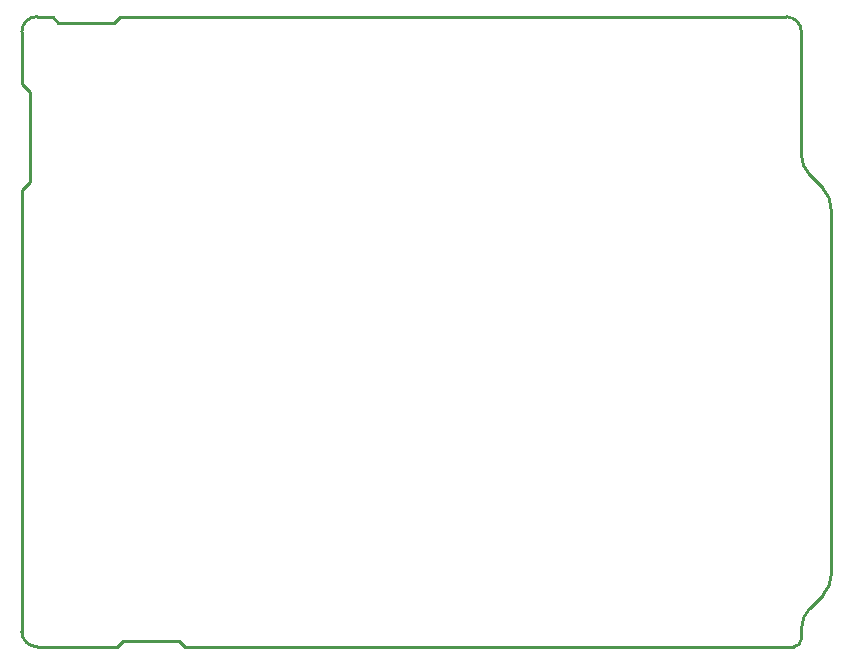
<source format=gbr>
G04 #@! TF.GenerationSoftware,KiCad,Pcbnew,5.1.5+dfsg1-2build2*
G04 #@! TF.CreationDate,2020-11-03T16:42:57+02:00*
G04 #@! TF.ProjectId,OLIMEXINO-STM32F3_RevC,4f4c494d-4558-4494-9e4f-2d53544d3332,rev?*
G04 #@! TF.SameCoordinates,Original*
G04 #@! TF.FileFunction,Profile,NP*
%FSLAX46Y46*%
G04 Gerber Fmt 4.6, Leading zero omitted, Abs format (unit mm)*
G04 Created by KiCad (PCBNEW 5.1.5+dfsg1-2build2) date 2020-11-03 16:42:57*
%MOMM*%
%LPD*%
G04 APERTURE LIST*
%ADD10C,0.254000*%
G04 APERTURE END LIST*
D10*
X61364220Y-59442321D02*
X61364220Y-51842321D01*
X60664220Y-60142321D02*
X61364220Y-59442321D01*
X60664220Y-51142321D02*
X61364220Y-51842321D01*
X69215490Y-98312321D02*
X68715490Y-98812321D01*
X73965490Y-98312321D02*
X69215490Y-98312321D01*
X74465490Y-98812321D02*
X73965490Y-98312321D01*
X68465490Y-45972321D02*
X68965490Y-45472321D01*
X63765490Y-45972321D02*
X68465490Y-45972321D01*
X63265490Y-45472321D02*
X63765490Y-45972321D01*
X126664220Y-46742321D02*
X126662853Y-57136001D01*
X127405900Y-58916541D02*
X128460995Y-59983341D01*
X129185015Y-61781659D02*
X129204220Y-92680761D01*
X128460000Y-94476541D02*
X127405900Y-95530641D01*
X126664220Y-97326421D02*
X126664220Y-98177321D01*
X126029220Y-98812321D02*
X74465490Y-98812321D01*
X60664220Y-97542321D02*
X60664220Y-60142321D01*
X68965490Y-45472321D02*
X125394220Y-45472321D01*
X126664220Y-46742321D02*
G75*
G03X125394220Y-45472321I-1270000J0D01*
G01*
X126662853Y-57136001D02*
G75*
G03X127405900Y-58916541I2541367J15240D01*
G01*
X129185015Y-61781659D02*
G75*
G03X128460995Y-59983341I-2524323J28591D01*
G01*
X128460271Y-94476812D02*
G75*
G03X129204220Y-92680761I-1796051J1796051D01*
G01*
X127406264Y-95532277D02*
G75*
G03X126664220Y-97326421I1797956J-1794144D01*
G01*
X126029220Y-98812321D02*
G75*
G03X126664220Y-98177321I0J635000D01*
G01*
X60664220Y-97542321D02*
G75*
G03X61934220Y-98812321I1270000J0D01*
G01*
X61934220Y-45472321D02*
G75*
G03X60664220Y-46742321I0J-1270000D01*
G01*
X61934220Y-45472321D02*
X63265490Y-45472321D01*
X60664220Y-51142321D02*
X60664220Y-46742321D01*
X68715490Y-98812321D02*
X61934220Y-98812321D01*
M02*

</source>
